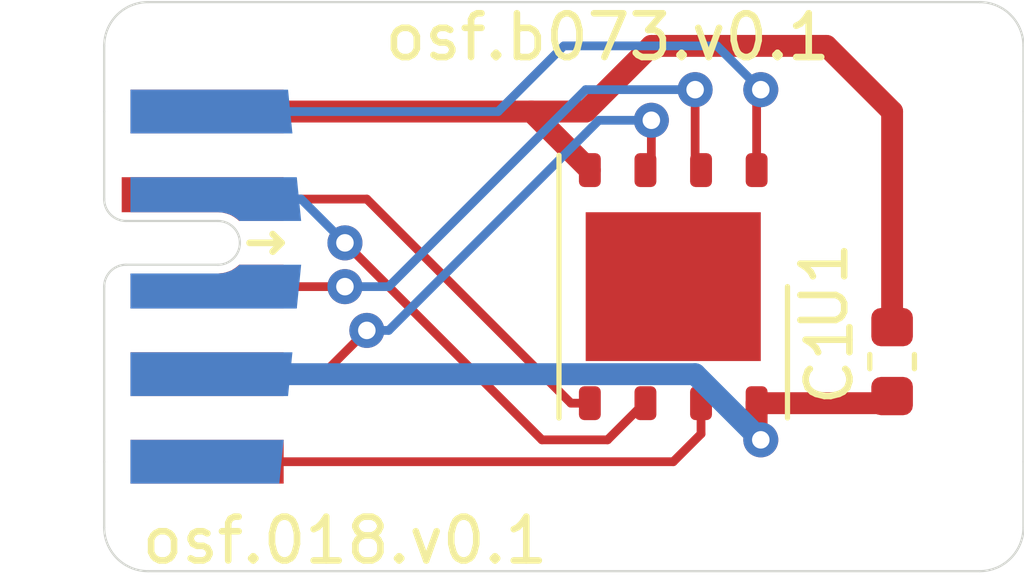
<source format=kicad_pcb>
(kicad_pcb (version 20211014) (generator pcbnew)
  (layers (0 "F.Cu" signal) (31 "B.Cu" signal) (34 "B.Paste" user) (35 "F.Paste" user) (36 "B.SilkS" user "B.Silkscreen") (37 "F.SilkS" user "F.Silkscreen") (38 "B.Mask" user) (39 "F.Mask" user) (44 "Edge.Cuts" user))
  (net 0 "")
  (net 1 "GND")
  (net 2 "Net-(C1-Pad1)")
  (net 3 "Net-(J1-Pad6)")
  (net 4 "Net-(J1-Pad3)")
  (net 5 "Net-(J1-Pad4)")
  (net 6 "Net-(J1-Pad2)")
  (net 7 "Net-(J1-Pad7)")
  (net 8 "Net-(J1-Pad5)")
  (footprint "Capacitor_SMD:C_0603_1608Metric" (layer "F.Cu") (at 148 92.2125 90)
    (fp_text reference "C1" (at 0 -1.43 90) (layer "F.SilkS"))
    (fp_text value "100nF")
    (fp_line (start -0.162779 0.51) (end 0.162779 0.51) (layer "F.SilkS") (width 0.12))
    (fp_line (start -0.162779 -0.51) (end 0.162779 -0.51) (layer "F.SilkS") (width 0.12))
    (pad "1" smd roundrect locked (at -0.7875 0 90) (size 0.875 0.95) (layers "F.Cu" "F.Paste" "F.Mask") (net 2 "Net-(C1-Pad1)"))
    (pad "2" smd roundrect locked (at 0.7875 0 90) (size 0.875 0.95) (layers "F.Cu" "F.Paste" "F.Mask") (net 1 "GND"))
  )
  (footprint "Package_SON:WSON-8-1EP_6x5mm_P1.27mm_EP3.4x4mm" (layer "F.Cu") (at 143 90.5 -90)
    (fp_text reference "U1" (at 0 -3.45 90) (layer "F.SilkS"))
    (fp_text value "W25Q32JVSS")
    (fp_line (start 0 -2.61) (end 3 -2.61) (layer "F.SilkS") (width 0.12))
    (fp_line (start -3 2.61) (end 3 2.61) (layer "F.SilkS") (width 0.12))
    (pad "1" smd roundrect locked (at -2.6625 -1.905 270) (size 0.775 0.5) (layers "F.Cu" "F.Paste" "F.Mask") (net 3 "Net-(J1-Pad6)"))
    (pad "2" smd roundrect locked (at -2.6625 -0.635 270) (size 0.775 0.5) (layers "F.Cu" "F.Paste" "F.Mask") (net 4 "Net-(J1-Pad3)"))
    (pad "3" smd roundrect locked (at -2.6625 0.635 270) (size 0.775 0.5) (layers "F.Cu" "F.Paste" "F.Mask") (net 5 "Net-(J1-Pad4)"))
    (pad "4" smd roundrect locked (at -2.6625 1.905 270) (size 0.775 0.5) (layers "F.Cu" "F.Paste" "F.Mask") (net 1 "GND"))
    (pad "5" smd roundrect locked (at 2.6625 1.905 270) (size 0.775 0.5) (layers "F.Cu" "F.Paste" "F.Mask") (net 6 "Net-(J1-Pad2)"))
    (pad "6" smd roundrect locked (at 2.6625 0.635 270) (size 0.775 0.5) (layers "F.Cu" "F.Paste" "F.Mask") (net 7 "Net-(J1-Pad7)"))
    (pad "7" smd roundrect locked (at 2.6625 -0.635 270) (size 0.775 0.5) (layers "F.Cu" "F.Paste" "F.Mask") (net 8 "Net-(J1-Pad5)"))
    (pad "8" smd roundrect locked (at 2.6625 -1.905 270) (size 0.775 0.5) (layers "F.Cu" "F.Paste" "F.Mask") (net 2 "Net-(C1-Pad1)"))
    (pad "9" smd rect locked (at 0 0 270) (size 3.4 4) (layers "F.Cu" "F.Mask"))
  )
  (footprint "on_edge:on_edge_2x05_device" (layer "F.Cu") (at 130 90.5 -90)
    (fp_text reference "J1")
    (fp_text value "018_QSPI")
    (fp_line (start -1 -4.05) (end -1 -3.323) (layer "F.SilkS") (width 0.153))
    (fp_line (start -1 -4.05) (end -0.8 -3.85) (layer "F.SilkS") (width 0.153))
    (fp_line (start -1.2 -3.85) (end -1 -4.05) (layer "F.SilkS") (width 0.153))
    (fp_line (start -0.5 -0.5) (end -0.5 -2.6) (layer "Edge.Cuts") (width 0.05))
    (fp_line (start -4 0) (end -2 0) (layer "Edge.Cuts") (width 0.05))
    (fp_line (start -1.5 -2.6) (end -1.5 -0.5) (layer "Edge.Cuts") (width 0.05))
    (fp_line (start 0 0) (end 4 0) (layer "Edge.Cuts") (width 0.05))
    (fp_arc (start -1.5 -0.5) (mid -1.646447 -0.146447) (end -2 0) (layer "Edge.Cuts") (width 0.05))
    (fp_arc (start -1.5 -2.6) (mid -1 -3.1) (end -0.5 -2.6) (layer "Edge.Cuts") (width 0.05))
    (fp_arc (start 0 0) (mid -0.353553 -0.146447) (end -0.5 -0.5) (layer "Edge.Cuts") (width 0.05))
    (pad "1" smd rect locked (at -4 -2.35 90) (size 1 3.5) (layers "F.Cu" "F.Mask") (net 1 "GND"))
    (pad "2" smd custom locked (at -2 -3.6 270) (size 1 1) (layers "F.Cu" "F.Mask") (net 6 "Net-(J1-Pad2)") (options (clearance outline) (anchor rect)) (primitives (gr_poly (pts (xy 0.5 0.52) (xy 0.48 0.54) (xy 0.44 0.59) (xy 0.4 0.65) (xy 0.37 0.7) (xy 0.35 0.75) (xy 0.33 0.81) (xy 0.31 0.89) (xy 0.3 1) (xy 0.3 3.2) (xy -0.5 3.2) (xy -0.5 -0.5) (xy 0.5 -0.5)) (width 0) (fill yes))))
    (pad "3" smd custom locked (at 0 -3.6 270) (size 1 1) (layers "F.Cu" "F.Mask") (net 4 "Net-(J1-Pad3)") (options (clearance outline) (anchor rect)) (primitives (gr_poly (pts (xy 0.5 3) (xy -0.3 3) (xy -0.3 1) (xy -0.31 0.89) (xy -0.33 0.81) (xy -0.35 0.75) (xy -0.37 0.7) (xy -0.4 0.65) (xy -0.44 0.59) (xy -0.48 0.54) (xy -0.5 0.52) (xy -0.5 -0.5) (xy 0.5 -0.5)) (width 0) (fill yes))))
    (pad "4" smd rect locked (at 2 -2.35 90) (size 1 3.5) (layers "F.Cu" "F.Mask") (net 5 "Net-(J1-Pad4)"))
    (pad "5" smd rect locked (at 4 -2.35 90) (size 1 3.5) (layers "F.Cu" "F.Mask") (net 8 "Net-(J1-Pad5)"))
    (pad "6" smd custom locked (at -4 -2.4 270) (size 1 3.6) (layers "B.Cu" "B.Mask") (net 3 "Net-(J1-Pad6)") (options (clearance outline) (anchor rect)) (primitives (gr_poly (pts (xy 0.5 -1.8) (xy -0.5 -1.8) (xy 0.5 -1.9)) (width 0) (fill yes))))
    (pad "7" smd custom locked (at -2 -2.1 270) (size 0.4 0.4) (layers "B.Cu" "B.Mask") (net 7 "Net-(J1-Pad7)") (options (clearance outline) (anchor rect)) (primitives (gr_poly (pts (xy 0.5 -0.99) (xy 0.48 -0.97) (xy 0.44 -0.92) (xy 0.4 -0.86) (xy 0.37 -0.81) (xy 0.35 -0.76) (xy 0.33 -0.7) (xy 0.31 -0.62) (xy 0.3 -0.51) (xy 0.3 1.5) (xy -0.5 1.5) (xy -0.5 -2.3) (xy 0.5 -2.4)) (width 0) (fill yes))))
    (pad "8" smd custom locked (at 0 -2.1 270) (size 0.4 0.4) (layers "B.Cu" "B.Mask") (options (clearance outline) (anchor rect)) (primitives (gr_poly (pts (xy 0.5 -2.3) (xy 0.5 1.5) (xy -0.3 1.5) (xy -0.3 -0.51) (xy -0.31 -0.62) (xy -0.33 -0.7) (xy -0.35 -0.76) (xy -0.37 -0.81) (xy -0.4 -0.86) (xy -0.44 -0.92) (xy -0.48 -0.97) (xy -0.5 -0.99) (xy -0.5 -2.4)) (width 0) (fill yes))))
    (pad "9" smd custom locked (at 2 -2.4 270) (size 1 3.6) (layers "B.Cu" "B.Mask") (net 2 "Net-(C1-Pad1)") (options (clearance outline) (anchor rect)) (primitives (gr_poly (pts (xy 0.5 -1.8) (xy -0.5 -1.8) (xy -0.5 -1.9)) (width 0) (fill yes))))
    (pad "10" smd custom locked (at 4 -2.3 270) (size 1 3.4) (layers "B.Cu" "B.Mask") (options (clearance outline) (anchor rect)) (primitives (gr_poly (pts (xy 0.5 -1.7) (xy -0.5 -1.7) (xy -0.5 -1.8)) (width 0) (fill yes))))
  )
  (gr_line (start 130 86.5) (end 130 85) (layer "Edge.Cuts") (width 0.05))
  (gr_line (start 151 86.5) (end 151 85) (layer "Edge.Cuts") (width 0.05))
  (gr_line (start 150 84) (end 150 84) (layer "Edge.Cuts") (width 0.05))
  (gr_line (start 151 94.5) (end 151 86.5) (layer "Edge.Cuts") (width 0.05))
  (gr_line (start 150 97) (end 131 97) (layer "Edge.Cuts") (width 0.05))
  (gr_arc (start 130 85) (mid 130.292893 84.292893) (end 131 84) (layer "Edge.Cuts") (width 0.05))
  (gr_line (start 131 84) (end 150 84) (layer "Edge.Cuts") (width 0.05))
  (gr_arc (start 150 84) (mid 150.707107 84.292893) (end 151 85) (layer "Edge.Cuts") (width 0.05))
  (gr_line (start 151 96) (end 151 94.5) (layer "Edge.Cuts") (width 0.05))
  (gr_line (start 130 96) (end 130 94.5) (layer "Edge.Cuts") (width 0.05))
  (gr_arc (start 151 96) (mid 150.707107 96.707107) (end 150 97) (layer "Edge.Cuts") (width 0.05))
  (gr_arc (start 131 97) (mid 130.292893 96.707107) (end 130 96) (layer "Edge.Cuts") (width 0.05))
  (gr_text "osf.b073.v0.1" (at 141.5 84.8) (layer "F.SilkS") (effects (font (size 1 1))))
  (gr_text "osf.018.v0.1" (at 135.5 96.3) (layer "F.SilkS") (effects (font (size 1 1))))
  (segment (start 141.095 87.8375) (end 139.7575 86.5) (width 0.5) (layer "F.Cu") (net 1))
  (segment (start 141 86.5) (end 142.5 85) (width 0.5) (layer "F.Cu") (net 1))
  (segment (start 142.5 85) (end 146.5 85) (width 0.5) (layer "F.Cu") (net 1))
  (segment (start 139.7575 86.5) (end 132.35 86.5) (width 0.5) (layer "F.Cu") (net 1))
  (segment (start 139.7575 86.5) (end 141 86.5) (width 0.5) (layer "F.Cu") (net 1))
  (segment (start 148 86.5) (end 148 91.425) (width 0.5) (layer "F.Cu") (net 1))
  (segment (start 146.5 85) (end 148 86.5) (width 0.5) (layer "F.Cu") (net 1))
  (segment (start 147.8375 93.1625) (end 148 93) (width 0.5) (layer "F.Cu") (net 2))
  (segment (start 144.905 93.1625) (end 144.905 93.905) (width 0.5) (layer "F.Cu") (net 2))
  (segment (start 144.905 93.1625) (end 147.8375 93.1625) (width 0.5) (layer "F.Cu") (net 2))
  (segment (start 144.905 93.905) (end 145 94) (width 0.5) (layer "F.Cu") (net 2))
  (via (at 145 94) (size 0.8) (drill 0.4) (layers "F.Cu" "B.Cu") (net 2))
  (segment (start 143.5 92.5) (end 132.4 92.5) (width 0.5) (layer "B.Cu") (net 2))
  (segment (start 145 94) (end 143.5 92.5) (width 0.5) (layer "B.Cu") (net 2))
  (segment (start 144.905 86.095) (end 145 86) (width 0.2) (layer "F.Cu") (net 3))
  (segment (start 144.905 87.8375) (end 144.905 86.095) (width 0.2) (layer "F.Cu") (net 3))
  (via (at 145 86) (size 0.8) (drill 0.4) (layers "F.Cu" "B.Cu") (net 3))
  (segment (start 145 86) (end 144 85) (width 0.2) (layer "B.Cu") (net 3))
  (segment (start 139 86.5) (end 132.4 86.5) (width 0.2) (layer "B.Cu") (net 3))
  (segment (start 140.5 85) (end 139 86.5) (width 0.2) (layer "B.Cu") (net 3))
  (segment (start 144 85) (end 140.5 85) (width 0.2) (layer "B.Cu") (net 3))
  (segment (start 133.6 90.5) (end 135.5 90.5) (width 0.2) (layer "F.Cu") (net 4))
  (segment (start 143.5 87.7025) (end 143.635 87.8375) (width 0.2) (layer "F.Cu") (net 4))
  (segment (start 143.5 86) (end 143.5 87.7025) (width 0.2) (layer "F.Cu") (net 4))
  (via (at 135.5 90.5) (size 0.8) (drill 0.4) (layers "F.Cu" "B.Cu") (net 4))
  (via (at 143.5 86) (size 0.8) (drill 0.4) (layers "F.Cu" "B.Cu") (net 4))
  (segment (start 140 87) (end 141 86) (width 0.2) (layer "B.Cu") (net 4))
  (segment (start 135.5 90.5) (end 136.5 90.5) (width 0.2) (layer "B.Cu") (net 4))
  (segment (start 141 86) (end 143.5 86) (width 0.2) (layer "B.Cu") (net 4))
  (segment (start 136.5 90.5) (end 140 87) (width 0.2) (layer "B.Cu") (net 4))
  (segment (start 135 92.5) (end 136 91.5) (width 0.2) (layer "F.Cu") (net 5))
  (segment (start 142.5 86.6995) (end 142.5 87.7025) (width 0.2) (layer "F.Cu") (net 5))
  (segment (start 142.5 87.7025) (end 142.365 87.8375) (width 0.2) (layer "F.Cu") (net 5))
  (segment (start 132.35 92.5) (end 135 92.5) (width 0.2) (layer "F.Cu") (net 5))
  (via (at 142.5 86.6995) (size 0.8) (drill 0.4) (layers "F.Cu" "B.Cu") (net 5))
  (via (at 136 91.5) (size 0.8) (drill 0.4) (layers "F.Cu" "B.Cu") (net 5))
  (segment (start 136 91.5) (end 136.5 91.5) (width 0.2) (layer "B.Cu") (net 5))
  (segment (start 136.5 91.5) (end 141 87) (width 0.2) (layer "B.Cu") (net 5))
  (segment (start 141.3005 86.6995) (end 142.5 86.6995) (width 0.2) (layer "B.Cu") (net 5))
  (segment (start 141 87) (end 141.3005 86.6995) (width 0.2) (layer "B.Cu") (net 5))
  (segment (start 141.095 93.1625) (end 140.6625 93.1625) (width 0.2) (layer "F.Cu") (net 6))
  (segment (start 136 88.5) (end 133.6 88.5) (width 0.2) (layer "F.Cu") (net 6))
  (segment (start 140.6625 93.1625) (end 136 88.5) (width 0.2) (layer "F.Cu") (net 6))
  (segment (start 142.3375 93.1625) (end 141.5 94) (width 0.2) (layer "F.Cu") (net 7))
  (segment (start 140 94) (end 135.5 89.5) (width 0.2) (layer "F.Cu") (net 7))
  (segment (start 142.365 93.1625) (end 142.3375 93.1625) (width 0.2) (layer "F.Cu") (net 7))
  (segment (start 141.5 94) (end 140 94) (width 0.2) (layer "F.Cu") (net 7))
  (via (at 135.5 89.5) (size 0.8) (drill 0.4) (layers "F.Cu" "B.Cu") (net 7))
  (segment (start 134.5 88.5) (end 132.1 88.5) (width 0.2) (layer "B.Cu") (net 7))
  (segment (start 135.5 89.5) (end 134.5 88.5) (width 0.2) (layer "B.Cu") (net 7))
  (segment (start 143.635 93.865) (end 143.635 93.1625) (width 0.2) (layer "F.Cu") (net 8))
  (segment (start 132.35 94.5) (end 143 94.5) (width 0.2) (layer "F.Cu") (net 8))
  (segment (start 143 94.5) (end 143.635 93.865) (width 0.2) (layer "F.Cu") (net 8))
)
</source>
